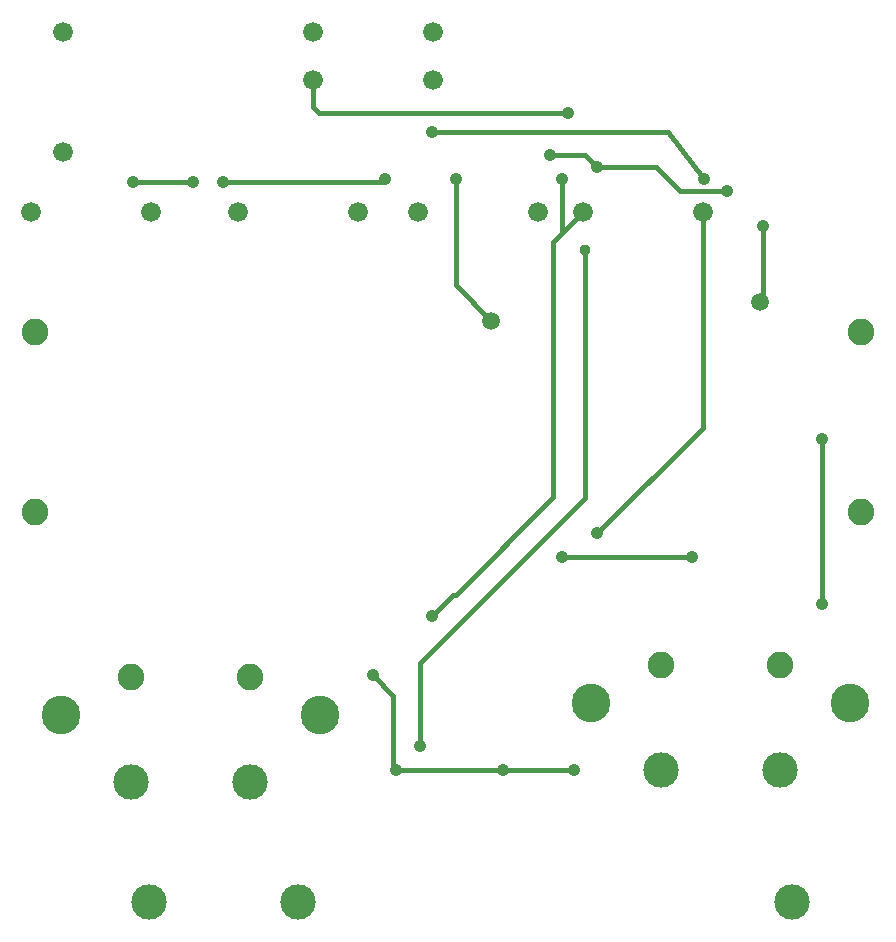
<source format=gbl>
G75*
G70*
%OFA0B0*%
%FSLAX24Y24*%
%IPPOS*%
%LPD*%
%AMOC8*
5,1,8,0,0,1.08239X$1,22.5*
%
%ADD10C,0.0886*%
%ADD11C,0.1286*%
%ADD12C,0.1181*%
%ADD13C,0.0660*%
%ADD14C,0.0376*%
%ADD15C,0.0416*%
%ADD16C,0.0160*%
%ADD17C,0.0591*%
D10*
X007485Y009847D03*
X011453Y009847D03*
X004264Y015347D03*
X004264Y021347D03*
X025134Y010240D03*
X029103Y010240D03*
X031823Y015347D03*
X031823Y021347D03*
D11*
X031439Y008973D03*
X022798Y008973D03*
X013790Y008579D03*
X005148Y008579D03*
D12*
X007485Y006343D03*
X011453Y006343D03*
X013044Y002347D03*
X008087Y002347D03*
X025134Y006736D03*
X029103Y006736D03*
X029512Y002347D03*
D13*
X026544Y025347D03*
X022544Y025347D03*
X021044Y025347D03*
X017044Y025347D03*
X015044Y025347D03*
X011044Y025347D03*
X008150Y025347D03*
X005225Y027347D03*
X004150Y025347D03*
X005225Y031347D03*
X013544Y031347D03*
X013544Y029740D03*
X017544Y029740D03*
X017544Y031347D03*
D14*
X022622Y024075D03*
D15*
X021835Y026437D03*
X021441Y027225D03*
X022044Y028634D03*
X023016Y026831D03*
X026559Y026437D03*
X027347Y026043D03*
X028528Y024862D03*
X030496Y017776D03*
X026166Y013839D03*
X023016Y014626D03*
X021835Y013839D03*
X017504Y011870D03*
X015536Y009902D03*
X017111Y007540D03*
X016323Y006752D03*
X019866Y006752D03*
X022229Y006752D03*
X030496Y012264D03*
X018292Y026437D03*
X017504Y028012D03*
X015929Y026437D03*
X010544Y026347D03*
X009544Y026347D03*
X007544Y026347D03*
D16*
X009544Y026347D01*
X010544Y026347D02*
X015929Y026347D01*
X015929Y026437D01*
X017504Y028012D02*
X025378Y028012D01*
X026559Y026437D01*
X025772Y026043D02*
X024985Y026831D01*
X023016Y026831D01*
X022622Y027225D01*
X021441Y027225D01*
X021835Y026437D02*
X021835Y024638D01*
X021544Y024347D01*
X021544Y015831D01*
X018292Y012579D01*
X018213Y012579D01*
X017504Y011870D01*
X017111Y010295D02*
X022622Y015807D01*
X022622Y024075D01*
X021835Y024638D02*
X022544Y025347D01*
X025772Y026043D02*
X027347Y026043D01*
X026544Y025347D02*
X026544Y018154D01*
X023016Y014626D01*
X021835Y013839D02*
X026166Y013839D01*
X030496Y012264D02*
X030496Y017776D01*
X028528Y022347D02*
X028437Y022347D01*
X028528Y022347D02*
X028528Y024862D01*
X022044Y028634D02*
X013756Y028634D01*
X013544Y028847D01*
X013544Y029740D01*
X018292Y026437D02*
X018292Y022894D01*
X019473Y021713D01*
X017111Y010295D02*
X017111Y007540D01*
X016323Y006752D02*
X016221Y006752D01*
X016221Y009217D01*
X015536Y009902D01*
X016323Y006752D02*
X019866Y006752D01*
X022229Y006752D01*
D17*
X019473Y021713D03*
X028437Y022347D03*
M02*

</source>
